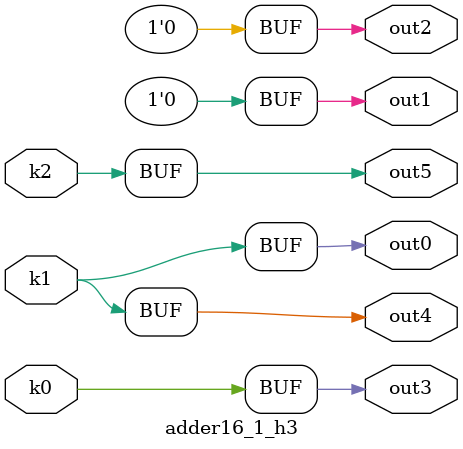
<source format=v>
module adder16_1(pi00, pi01, pi02, pi03, pi04, pi05, pi06, pi07, pi08, pi09, pi10, po0, po1, po2, po3, po4, po5);
input pi00, pi01, pi02, pi03, pi04, pi05, pi06, pi07, pi08, pi09, pi10;
output po0, po1, po2, po3, po4, po5;
wire k0, k1, k2;
adder16_1_w3 DUT1 (pi00, pi01, pi02, pi03, pi04, pi05, pi06, pi07, pi08, pi09, pi10, k0, k1, k2);
adder16_1_h3 DUT2 (k0, k1, k2, po0, po1, po2, po3, po4, po5);
endmodule

module adder16_1_w3(in10, in9, in8, in7, in6, in5, in4, in3, in2, in1, in0, k2, k1, k0);
input in10, in9, in8, in7, in6, in5, in4, in3, in2, in1, in0;
output k2, k1, k0;
assign k0 =   ((in8 ^ in3) & ((((in10 & (in5 | ~in0)) | (in5 & ~in0)) & (in9 | in4)) | (in9 & in4))) | (((~in5 & in0) | (~in10 & (~in5 | in0))) & (~in9 | ~in4) & (~in8 ^ in3)) | (~in9 & ~in4 & (~in8 ^ in3));
assign k1 =   ((~in9 ^ in4) & ((in10 & (in5 | ~in0)) | (in5 & ~in0))) | (((~in5 & in0) | (~in10 & (~in5 | in0))) & (in9 ^ in4));
assign k2 =   in10 ? (~in5 ^ in0) : (in5 ^ in0);
endmodule

module adder16_1_h3(k2, k1, k0, out5, out4, out3, out2, out1, out0);
input k2, k1, k0;
output out5, out4, out3, out2, out1, out0;
assign out0 = k1;
assign out1 = 0;
assign out2 = 0;
assign out3 = k0;
assign out4 = k1;
assign out5 = k2;
endmodule

</source>
